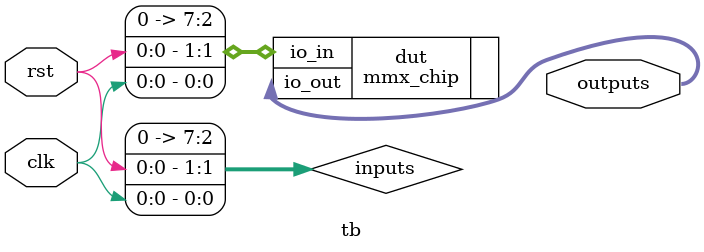
<source format=v>
`default_nettype none
`timescale 1ns/1ps

/*
this testbench just instantiates the module and makes some convenient wires
that can be driven / tested by the cocotb test.py
*/

module tb (
    // testbench is controlled by test.py
    input clk,
    input rst,
    output [7:0] outputs
   );

    // this part dumps the trace to a vcd file that can be viewed with GTKWave
    initial begin
        $dumpfile("tb.vcd");
        $dumpvars(0, tb);
        #1;
    end

    // wire up the inputs and outputs
    wire [7:0] inputs = {6'b0, rst, clk};

    // instantiate the DUT
    mmx_chip dut(.io_in (inputs), .io_out(outputs));

endmodule

</source>
